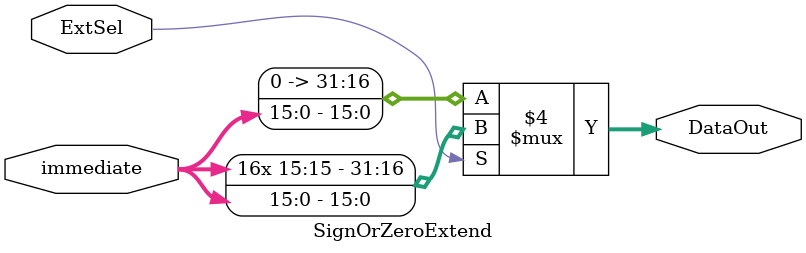
<source format=v>
`timescale 1ns / 1ps
module SignOrZeroExtend(
    input ExtSel,
    input [15:0] immediate,
    output reg [31:0] DataOut
    );

	 always @(immediate) begin
		if (ExtSel == 0)
			DataOut = {16'b0000000000000000, immediate};
		else
			DataOut = {{16{immediate[15]}}, immediate};
	 end

endmodule

</source>
